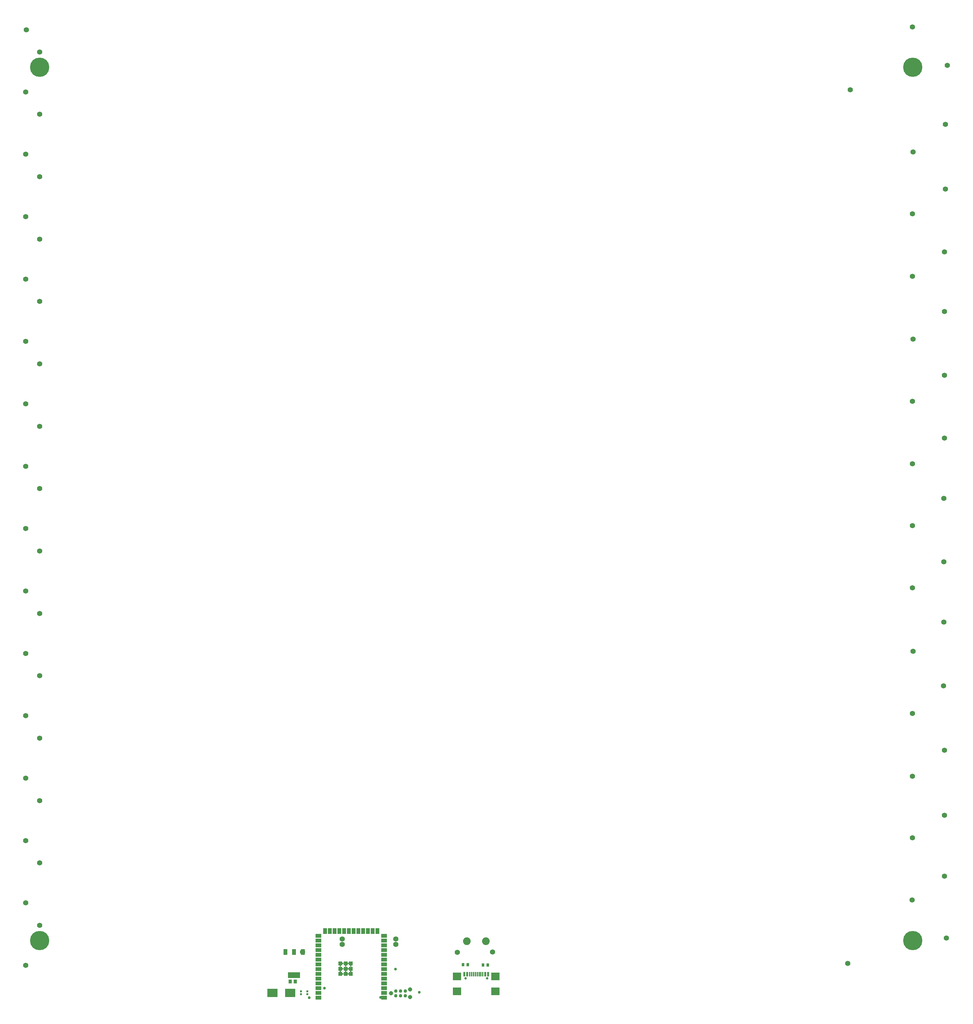
<source format=gbs>
G04*
G04 #@! TF.GenerationSoftware,Altium Limited,Altium Designer,24.3.1 (35)*
G04*
G04 Layer_Color=16711935*
%FSLAX25Y25*%
%MOIN*%
G70*
G04*
G04 #@! TF.SameCoordinates,990AA879-4203-459C-8826-AB23A681A769*
G04*
G04*
G04 #@! TF.FilePolarity,Negative*
G04*
G01*
G75*
%ADD15R,0.06496X0.04134*%
%ADD16C,0.04492*%
%ADD17C,0.01575*%
%ADD18C,0.02559*%
%ADD19C,0.20276*%
%ADD20C,0.08071*%
%ADD21C,0.02953*%
%ADD22C,0.05591*%
%ADD34R,0.01860X0.02029*%
%ADD35R,0.11024X0.08661*%
%ADD36R,0.02894X0.03394*%
%ADD41R,0.01181X0.04528*%
%ADD42R,0.02362X0.04528*%
%ADD43R,0.08583X0.07874*%
%ADD46C,0.03689*%
%ADD47R,0.03740X0.04331*%
G04:AMPARAMS|DCode=48|XSize=129.92mil|YSize=62.99mil|CornerRadius=4.95mil|HoleSize=0mil|Usage=FLASHONLY|Rotation=180.000|XOffset=0mil|YOffset=0mil|HoleType=Round|Shape=RoundedRectangle|*
%AMROUNDEDRECTD48*
21,1,0.12992,0.05309,0,0,180.0*
21,1,0.12002,0.06299,0,0,180.0*
1,1,0.00990,-0.06001,0.02655*
1,1,0.00990,0.06001,0.02655*
1,1,0.00990,0.06001,-0.02655*
1,1,0.00990,-0.06001,-0.02655*
%
%ADD48ROUNDEDRECTD48*%
G04:AMPARAMS|DCode=49|XSize=41.34mil|YSize=62.99mil|CornerRadius=4.9mil|HoleSize=0mil|Usage=FLASHONLY|Rotation=180.000|XOffset=0mil|YOffset=0mil|HoleType=Round|Shape=RoundedRectangle|*
%AMROUNDEDRECTD49*
21,1,0.04134,0.05319,0,0,180.0*
21,1,0.03154,0.06299,0,0,180.0*
1,1,0.00980,-0.01577,0.02659*
1,1,0.00980,0.01577,0.02659*
1,1,0.00980,0.01577,-0.02659*
1,1,0.00980,-0.01577,-0.02659*
%
%ADD49ROUNDEDRECTD49*%
%ADD50R,0.04134X0.04134*%
%ADD51R,0.04134X0.06496*%
D15*
X358500Y5500D02*
D03*
Y10500D02*
D03*
Y15500D02*
D03*
Y20500D02*
D03*
Y25500D02*
D03*
Y30500D02*
D03*
Y35500D02*
D03*
Y40500D02*
D03*
Y45500D02*
D03*
Y50500D02*
D03*
Y55500D02*
D03*
Y60500D02*
D03*
Y65500D02*
D03*
Y70500D02*
D03*
X427398D02*
D03*
Y65500D02*
D03*
Y60500D02*
D03*
Y55500D02*
D03*
Y50500D02*
D03*
Y45500D02*
D03*
Y40500D02*
D03*
Y35500D02*
D03*
Y30500D02*
D03*
Y25500D02*
D03*
Y20500D02*
D03*
Y15500D02*
D03*
Y10500D02*
D03*
Y5500D02*
D03*
D16*
X455000Y14000D02*
D03*
Y6000D02*
D03*
X435000Y10000D02*
D03*
D17*
X387043Y33138D02*
D03*
X381532D02*
D03*
X392555D02*
D03*
X381532Y38650D02*
D03*
X387043D02*
D03*
X392555D02*
D03*
X384287Y30382D02*
D03*
X389799D02*
D03*
X384287Y35894D02*
D03*
X389799D02*
D03*
X384287Y41405D02*
D03*
X389799D02*
D03*
D18*
X513031Y25756D02*
D03*
X535787D02*
D03*
D19*
X983268Y983268D02*
D03*
X65551D02*
D03*
X983268Y65551D02*
D03*
X65551D02*
D03*
D20*
X534410Y64813D02*
D03*
X514409D02*
D03*
D21*
X423945Y5750D02*
D03*
X464500Y11000D02*
D03*
X439500Y35500D02*
D03*
X349000Y5500D02*
D03*
X365000Y15500D02*
D03*
D22*
X65500Y81500D02*
D03*
X1019500Y985000D02*
D03*
X1017500Y923000D02*
D03*
Y855000D02*
D03*
X1016500Y789000D02*
D03*
Y726500D02*
D03*
Y659500D02*
D03*
Y593500D02*
D03*
X1018500Y68000D02*
D03*
X1016500Y133000D02*
D03*
Y197000D02*
D03*
Y265500D02*
D03*
X1015500Y333000D02*
D03*
X1016000Y400000D02*
D03*
Y463500D02*
D03*
Y530000D02*
D03*
X983000Y1025500D02*
D03*
X917500Y959500D02*
D03*
X983500Y894000D02*
D03*
X983000Y829000D02*
D03*
Y763500D02*
D03*
X983500Y697500D02*
D03*
X983000Y632000D02*
D03*
Y566500D02*
D03*
Y501500D02*
D03*
Y436000D02*
D03*
X915000Y41500D02*
D03*
X982500Y108000D02*
D03*
X983000Y173500D02*
D03*
Y238000D02*
D03*
Y304000D02*
D03*
X983500Y369500D02*
D03*
X51500Y1022500D02*
D03*
X342000Y53500D02*
D03*
X383500Y67000D02*
D03*
Y61500D02*
D03*
X440000Y67000D02*
D03*
Y61500D02*
D03*
X541500Y53500D02*
D03*
X504500Y53000D02*
D03*
X65500Y999216D02*
D03*
X51000Y957216D02*
D03*
X65500Y933665D02*
D03*
X51000Y891665D02*
D03*
X65500Y868114D02*
D03*
X51000Y826114D02*
D03*
X65500Y802563D02*
D03*
X51000Y760563D02*
D03*
X65500Y737012D02*
D03*
X51000Y695012D02*
D03*
X65500Y671460D02*
D03*
X51000Y629460D02*
D03*
X65500Y605909D02*
D03*
X51000Y563909D02*
D03*
X65500Y540358D02*
D03*
X51000Y498358D02*
D03*
X65500Y474807D02*
D03*
X51000Y432807D02*
D03*
X65500Y409256D02*
D03*
X51000Y367256D02*
D03*
X65500Y343705D02*
D03*
X51000Y301705D02*
D03*
X65500Y278153D02*
D03*
X51000Y236153D02*
D03*
X65500Y212602D02*
D03*
X51000Y170602D02*
D03*
X65500Y147051D02*
D03*
X51000Y105051D02*
D03*
Y39500D02*
D03*
D34*
X340104Y9010D02*
D03*
Y11990D02*
D03*
X346708Y9010D02*
D03*
Y11990D02*
D03*
D35*
X328949Y10500D02*
D03*
X310051D02*
D03*
D36*
X531577Y39879D02*
D03*
X536423D02*
D03*
X515423Y40000D02*
D03*
X510577D02*
D03*
D41*
X517520Y29988D02*
D03*
X519488D02*
D03*
X521457D02*
D03*
X523425D02*
D03*
X525394D02*
D03*
X527362D02*
D03*
X529331D02*
D03*
X531299D02*
D03*
D42*
X514961D02*
D03*
X533858D02*
D03*
X511811D02*
D03*
X537008D02*
D03*
D43*
X504291Y27724D02*
D03*
X544528D02*
D03*
X504291Y12252D02*
D03*
X544528D02*
D03*
D46*
X450000Y7500D02*
D03*
Y12500D02*
D03*
X445000Y7500D02*
D03*
Y12500D02*
D03*
X440000Y7500D02*
D03*
Y12500D02*
D03*
D47*
X334059Y22320D02*
D03*
X328941D02*
D03*
D48*
X333000Y29219D02*
D03*
D49*
X342055Y53431D02*
D03*
X333000D02*
D03*
X323945D02*
D03*
D50*
X387043Y35894D02*
D03*
X381532D02*
D03*
X392555D02*
D03*
X381532Y41405D02*
D03*
X387043D02*
D03*
X392555D02*
D03*
X381532Y30382D02*
D03*
X387043D02*
D03*
X392555D02*
D03*
D51*
X365449Y75421D02*
D03*
X370449D02*
D03*
X375449D02*
D03*
X380449D02*
D03*
X385449D02*
D03*
X390449D02*
D03*
X395449D02*
D03*
X400449D02*
D03*
X405449D02*
D03*
X410449D02*
D03*
X415449D02*
D03*
X420449D02*
D03*
M02*

</source>
